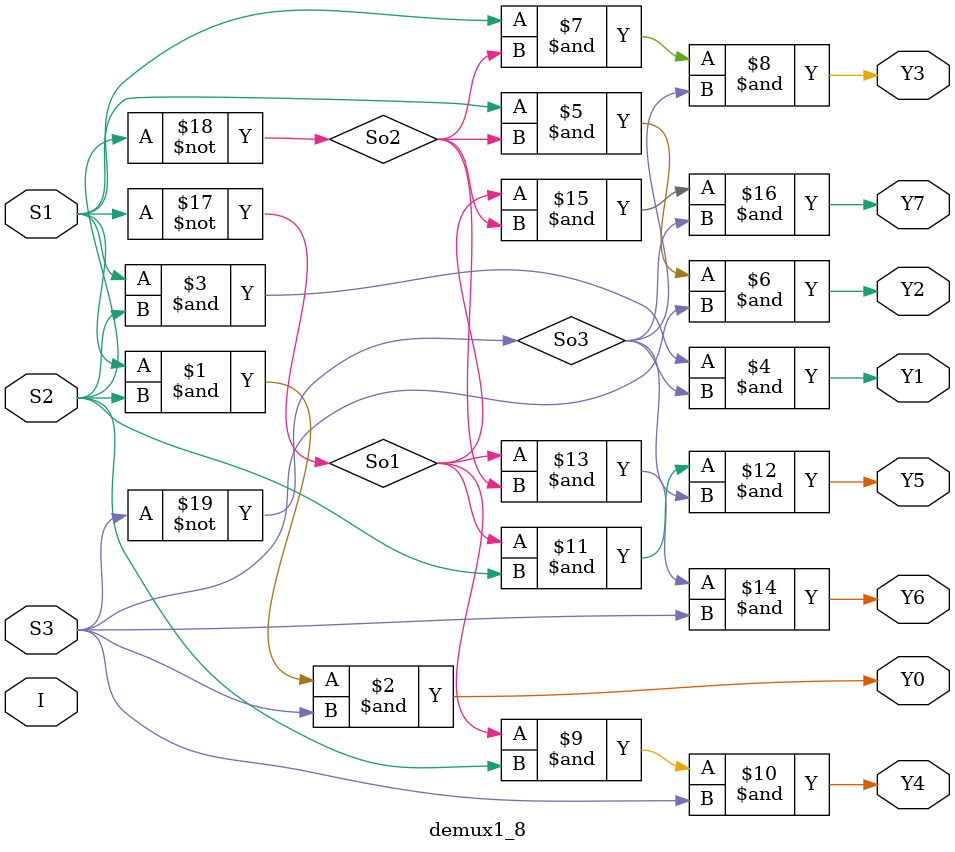
<source format=v>
module demux1_8(output Y0,Y1,Y2,Y3,Y4,Y5,Y6,Y7 ,input I,S1,S2,S3);
  wire So1,So2,So3,x,y,z;
  not(So1,S1);
  not(So2,S2);
  not(So3,S3);
  and(Y0,S1,S2,S3);
  and(Y1,S1,S2,So3);
  and(Y2,S1,So2,S3);
  and(Y3,S1,So2,So3);
  and(Y4,So1,S2,S3);
  and(Y5,So1,S2,So3);
  and(Y6,So1,So2,S3);
  and(Y7,So1,So2,So3);
endmodule
  

</source>
